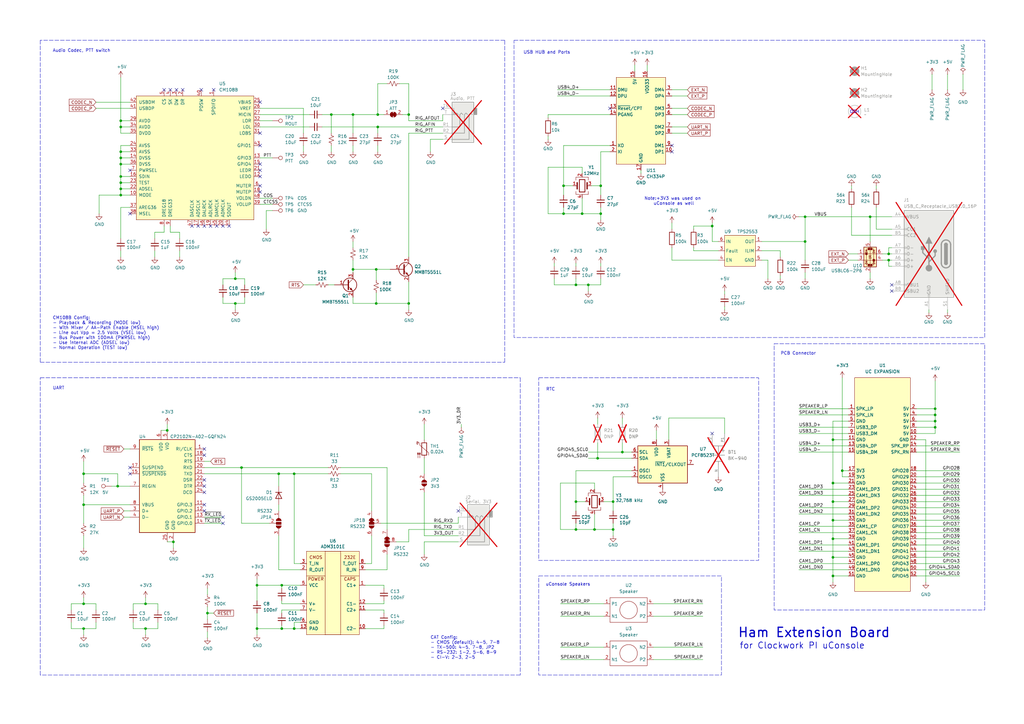
<source format=kicad_sch>
(kicad_sch (version 20231120) (generator "eeschema") (generator_version "8.0")
  (paper "A3")
  (title_block (title "uConsole expansion card template") (date "2024-07-10") (rev "0.1"))
  (junction (at 356.87 88.9))
  (junction (at 364.49 104.14))
  (junction (at 231.14 87.63))
  (junction (at 383.54 167.64))
  (junction (at 383.54 172.72))
  (junction (at 34.29 247.65))
  (junction (at 115.57 240.03))
  (junction (at 49.53 72.39))
  (junction (at 154.305 124.46))
  (junction (at 246.38 76.2))
  (junction (at 120.65 194.31))
  (junction (at 154.94 52.07))
  (junction (at 383.54 170.18))
  (junction (at 120.65 257.81))
  (junction (at 330.2 99.06))
  (junction (at 241.3 116.84))
  (junction (at 292.1 92.71))
  (junction (at 341.63 198.12))
  (junction (at 231.14 76.2))
  (junction (at 96.52 124.46))
  (junction (at 49.53 67.31))
  (junction (at 341.63 180.34))
  (junction (at 105.41 240.03))
  (junction (at 251.46 217.17))
  (junction (at 105.41 257.81))
  (junction (at 167.64 124.46))
  (junction (at 330.2 88.9))
  (junction (at 345.44 193.04))
  (junction (at 236.22 217.17))
  (junction (at 236.22 205.74))
  (junction (at 59.69 247.65))
  (junction (at 341.63 236.22))
  (junction (at 238.76 87.63))
  (junction (at 68.58 176.53))
  (junction (at 364.49 106.68))
  (junction (at 135.89 46.99))
  (junction (at 341.63 205.74))
  (junction (at 49.53 77.47))
  (junction (at 114.3 194.31))
  (junction (at 246.38 87.63))
  (junction (at 34.29 194.31))
  (junction (at 71.12 222.25))
  (junction (at 245.11 187.96))
  (junction (at 341.63 213.36))
  (junction (at 383.54 175.26))
  (junction (at 99.06 191.77))
  (junction (at 154.94 46.99))
  (junction (at 59.69 257.81))
  (junction (at 341.63 220.98))
  (junction (at 49.53 80.01))
  (junction (at 144.78 46.99))
  (junction (at 96.52 114.3))
  (junction (at 85.09 251.46))
  (junction (at 154.305 110.49))
  (junction (at 144.78 110.49))
  (junction (at 34.29 257.81))
  (junction (at 49.53 74.93))
  (junction (at 236.22 116.84))
  (junction (at 167.64 46.99))
  (junction (at 251.46 205.74))
  (junction (at 48.26 199.39))
  (junction (at 341.63 228.6))
  (junction (at 115.57 257.81))
  (junction (at 49.53 49.53))
  (junction (at 49.53 62.23))
  (junction (at 49.53 52.07))
  (junction (at 34.29 207.01))
  (junction (at 255.27 185.42))
  (junction (at 49.53 64.77))
  (junction (at 243.84 217.17))
  (no_connect (at 91.44 212.09))
  (no_connect (at 83.82 196.85))
  (no_connect (at 106.68 72.39))
  (no_connect (at 106.68 54.61))
  (no_connect (at 93.98 92.71))
  (no_connect (at 53.34 69.85))
  (no_connect (at 86.36 92.71))
  (no_connect (at 78.74 92.71))
  (no_connect (at 67.31 36.83))
  (no_connect (at 83.82 207.01))
  (no_connect (at 83.82 92.71))
  (no_connect (at 106.68 67.31))
  (no_connect (at 87.63 36.83))
  (no_connect (at 83.82 199.39))
  (no_connect (at 106.68 76.2))
  (no_connect (at 83.82 209.55))
  (no_connect (at 53.34 194.31))
  (no_connect (at 187.96 209.55))
  (no_connect (at 292.1 177.8))
  (no_connect (at 83.82 184.15))
  (no_connect (at 69.85 36.83))
  (no_connect (at 106.68 78.74))
  (no_connect (at 275.59 59.69))
  (no_connect (at 91.44 92.71))
  (no_connect (at 106.68 69.85))
  (no_connect (at 81.28 92.71))
  (no_connect (at 250.19 44.45))
  (no_connect (at 83.82 201.93))
  (no_connect (at 106.68 41.91))
  (no_connect (at 275.59 62.23))
  (no_connect (at 82.55 36.83))
  (no_connect (at 91.44 214.63))
  (no_connect (at 53.34 191.77))
  (no_connect (at 181.61 44.45))
  (no_connect (at 106.68 59.69))
  (no_connect (at 74.93 36.83))
  (no_connect (at 83.82 186.69))
  (no_connect (at 53.34 87.63))
  (no_connect (at 365.76 116.84))
  (no_connect (at 365.76 119.38))
  (no_connect (at 88.9 92.71))
  (no_connect (at 72.39 36.83))
  (wire (pts (xy 327.66 233.68) (xy 347.98 233.68)))
  (wire (pts (xy 53.34 52.07) (xy 49.53 52.07)))
  (wire (pts (xy 341.63 220.98) (xy 341.63 228.6)))
  (wire (pts (xy 83.82 194.31) (xy 114.3 194.31)))
  (wire (pts (xy 345.44 154.94) (xy 345.44 193.04)))
  (wire (pts (xy 243.84 217.17) (xy 251.46 217.17)))
  (wire (pts (xy 53.34 67.31) (xy 49.53 67.31)))
  (wire (pts (xy 364.49 101.6) (xy 365.76 101.6)))
  (wire (pts (xy 229.87 198.12) (xy 229.87 217.17)))
  (polyline (pts (xy 16.51 16.51) (xy 16.51 148.59)) (stroke (width 0) (type dash)))
  (wire (pts (xy 224.79 55.88) (xy 224.79 57.15)))
  (wire (pts (xy 59.69 257.81) (xy 64.77 257.81)))
  (wire (pts (xy 149.86 257.81) (xy 157.48 257.81)))
  (wire (pts (xy 361.95 106.68) (xy 364.49 106.68)))
  (wire (pts (xy 120.65 231.14) (xy 123.19 231.14)))
  (wire (pts (xy 375.92 208.28) (xy 393.7 208.28)))
  (wire (pts (xy 364.49 106.68) (xy 365.76 106.68)))
  (wire (pts (xy 238.76 87.63) (xy 246.38 87.63)))
  (wire (pts (xy 231.14 76.2) (xy 234.95 76.2)))
  (wire (pts (xy 375.92 220.98) (xy 393.7 220.98)))
  (wire (pts (xy 158.75 217.17) (xy 158.75 191.77)))
  (wire (pts (xy 115.57 240.03) (xy 115.57 241.3)))
  (wire (pts (xy 149.86 247.65) (xy 157.48 247.65)))
  (wire (pts (xy 69.85 92.71) (xy 69.85 95.25)))
  (wire (pts (xy 149.86 233.68) (xy 158.75 233.68)))
  (wire (pts (xy 85.09 259.08) (xy 85.09 261.62)))
  (wire (pts (xy 54.61 247.65) (xy 59.69 247.65)))
  (wire (pts (xy 68.58 173.99) (xy 68.58 176.53)))
  (wire (pts (xy 167.64 124.46) (xy 167.64 127)))
  (wire (pts (xy 364.49 104.14) (xy 365.76 104.14)))
  (wire (pts (xy 224.79 68.58) (xy 224.79 87.63)))
  (wire (pts (xy 39.37 41.91) (xy 53.34 41.91)))
  (wire (pts (xy 327.66 200.66) (xy 347.98 200.66)))
  (wire (pts (xy 327.66 170.18) (xy 347.98 170.18)))
  (wire (pts (xy 167.64 105.41) (xy 167.64 54.61)))
  (wire (pts (xy 49.53 54.61) (xy 49.53 52.07)))
  (wire (pts (xy 236.22 107.95) (xy 236.22 109.22)))
  (wire (pts (xy 154.94 52.07) (xy 154.94 54.61)))
  (wire (pts (xy 375.92 180.34) (xy 379.73 180.34)))
  (wire (pts (xy 341.63 205.74) (xy 347.98 205.74)))
  (wire (pts (xy 106.68 49.53) (xy 111.76 49.53)))
  (wire (pts (xy 110.49 214.63) (xy 99.06 214.63)))
  (wire (pts (xy 231.14 87.63) (xy 238.76 87.63)))
  (wire (pts (xy 181.61 46.99) (xy 181.61 49.53)))
  (wire (pts (xy 269.24 176.53) (xy 269.24 180.34)))
  (wire (pts (xy 152.4 194.31) (xy 152.4 209.55)))
  (wire (pts (xy 154.94 62.23) (xy 154.94 59.69)))
  (wire (pts (xy 327.66 208.28) (xy 347.98 208.28)))
  (wire (pts (xy 34.29 219.71) (xy 34.29 224.79)))
  (wire (pts (xy 229.87 265.43) (xy 247.65 265.43)))
  (wire (pts (xy 54.61 250.19) (xy 54.61 247.65)))
  (wire (pts (xy 120.65 257.81) (xy 115.57 257.81)))
  (wire (pts (xy 124.46 116.84) (xy 129.54 116.84)))
  (wire (pts (xy 134.62 116.84) (xy 137.16 116.84)))
  (wire (pts (xy 275.59 106.68) (xy 294.64 106.68)))
  (wire (pts (xy 49.53 31.75) (xy 49.53 49.53)))
  (wire (pts (xy 105.41 240.03) (xy 105.41 246.38)))
  (wire (pts (xy 91.44 121.92) (xy 91.44 124.46)))
  (wire (pts (xy 29.21 250.19) (xy 29.21 247.65)))
  (wire (pts (xy 106.68 81.28) (xy 111.76 81.28)))
  (wire (pts (xy 375.92 177.8) (xy 383.54 177.8)))
  (wire (pts (xy 347.98 104.14) (xy 351.79 104.14)))
  (wire (pts (xy 173.99 219.71) (xy 173.99 201.93)))
  (polyline (pts (xy 213.36 276.86) (xy 16.51 276.86)) (stroke (width 0) (type dash)))
  (wire (pts (xy 67.31 95.25) (xy 63.5 95.25)))
  (wire (pts (xy 327.66 203.2) (xy 347.98 203.2)))
  (wire (pts (xy 34.29 247.65) (xy 39.37 247.65)))
  (wire (pts (xy 139.7 191.77) (xy 158.75 191.77)))
  (wire (pts (xy 364.49 106.68) (xy 364.49 109.22)))
  (wire (pts (xy 312.42 99.06) (xy 330.2 99.06)))
  (wire (pts (xy 361.95 104.14) (xy 364.49 104.14)))
  (wire (pts (xy 99.06 191.77) (xy 99.06 214.63)))
  (wire (pts (xy 275.59 44.45) (xy 281.94 44.45)))
  (wire (pts (xy 73.66 95.25) (xy 73.66 97.79)))
  (wire (pts (xy 375.92 228.6) (xy 393.7 228.6)))
  (wire (pts (xy 375.92 213.36) (xy 393.7 213.36)))
  (wire (pts (xy 39.37 44.45) (xy 53.34 44.45)))
  (wire (pts (xy 383.54 156.21) (xy 383.54 167.64)))
  (wire (pts (xy 124.46 54.61) (xy 124.46 44.45)))
  (wire (pts (xy 243.84 198.12) (xy 229.87 198.12)))
  (wire (pts (xy 109.22 86.36) (xy 111.76 86.36)))
  (wire (pts (xy 152.4 219.71) (xy 152.4 231.14)))
  (wire (pts (xy 34.29 194.31) (xy 34.29 189.23)))
  (wire (pts (xy 29.21 257.81) (xy 34.29 257.81)))
  (wire (pts (xy 341.63 220.98) (xy 347.98 220.98)))
  (wire (pts (xy 241.3 185.42) (xy 255.27 185.42)))
  (wire (pts (xy 83.82 189.23) (xy 86.36 189.23)))
  (wire (pts (xy 144.78 111.76) (xy 144.78 110.49)))
  (wire (pts (xy 356.87 111.76) (xy 356.87 114.3)))
  (wire (pts (xy 284.48 93.98) (xy 284.48 92.71)))
  (wire (pts (xy 96.52 124.46) (xy 96.52 127)))
  (wire (pts (xy 359.41 77.47) (xy 359.41 76.2)))
  (wire (pts (xy 49.53 49.53) (xy 53.34 49.53)))
  (wire (pts (xy 356.87 88.9) (xy 330.2 88.9)))
  (polyline (pts (xy 213.36 154.94) (xy 213.36 276.86)) (stroke (width 0) (type dash)))
  (wire (pts (xy 154.305 120.015) (xy 154.305 124.46)))
  (wire (pts (xy 341.63 172.72) (xy 341.63 180.34)))
  (wire (pts (xy 48.26 194.31) (xy 34.29 194.31)))
  (wire (pts (xy 114.3 194.31) (xy 120.65 194.31)))
  (wire (pts (xy 341.63 180.34) (xy 347.98 180.34)))
  (wire (pts (xy 251.46 205.74) (xy 251.46 195.58)))
  (wire (pts (xy 246.38 62.23) (xy 246.38 76.2)))
  (wire (pts (xy 327.66 167.64) (xy 347.98 167.64)))
  (wire (pts (xy 347.98 106.68) (xy 351.79 106.68)))
  (wire (pts (xy 375.92 215.9) (xy 393.7 215.9)))
  (polyline (pts (xy 16.51 154.94) (xy 213.36 154.94)) (stroke (width 0) (type dash)))
  (wire (pts (xy 251.46 214.63) (xy 251.46 217.17)))
  (wire (pts (xy 375.92 226.06) (xy 393.7 226.06)))
  (wire (pts (xy 375.92 170.18) (xy 383.54 170.18)))
  (wire (pts (xy 105.41 257.81) (xy 105.41 260.35)))
  (wire (pts (xy 91.44 116.84) (xy 91.44 114.3)))
  (wire (pts (xy 229.87 217.17) (xy 236.22 217.17)))
  (wire (pts (xy 375.92 233.68) (xy 393.7 233.68)))
  (wire (pts (xy 236.22 193.04) (xy 259.08 193.04)))
  (polyline (pts (xy 207.01 16.51) (xy 16.51 16.51)) (stroke (width 0) (type dash)))
  (wire (pts (xy 241.3 187.96) (xy 245.11 187.96)))
  (wire (pts (xy 228.6 36.83) (xy 250.19 36.83)))
  (wire (pts (xy 39.37 257.81) (xy 39.37 255.27)))
  (wire (pts (xy 91.44 124.46) (xy 96.52 124.46)))
  (wire (pts (xy 375.92 198.12) (xy 393.7 198.12)))
  (wire (pts (xy 53.34 80.01) (xy 49.53 80.01)))
  (wire (pts (xy 144.78 121.92) (xy 144.78 124.46)))
  (wire (pts (xy 381 127) (xy 381 128.27)))
  (wire (pts (xy 49.53 102.87) (xy 49.53 105.41)))
  (wire (pts (xy 251.46 205.74) (xy 251.46 209.55)))
  (wire (pts (xy 260.35 26.67) (xy 260.35 29.21)))
  (wire (pts (xy 341.63 198.12) (xy 341.63 205.74)))
  (wire (pts (xy 238.76 81.28) (xy 238.76 87.63)))
  (wire (pts (xy 284.48 102.87) (xy 294.64 102.87)))
  (wire (pts (xy 144.78 110.49) (xy 144.78 106.68)))
  (wire (pts (xy 341.63 198.12) (xy 347.98 198.12)))
  (wire (pts (xy 40.64 80.01) (xy 49.53 80.01)))
  (wire (pts (xy 238.76 68.58) (xy 224.79 68.58)))
  (wire (pts (xy 163.83 34.29) (xy 167.64 34.29)))
  (wire (pts (xy 359.41 85.09) (xy 359.41 93.98)))
  (wire (pts (xy 274.32 171.45) (xy 297.18 171.45)))
  (wire (pts (xy 312.42 106.68) (xy 314.96 106.68)))
  (wire (pts (xy 236.22 116.84) (xy 241.3 116.84)))
  (wire (pts (xy 53.34 199.39) (xy 48.26 199.39)))
  (wire (pts (xy 53.34 74.93) (xy 49.53 74.93)))
  (wire (pts (xy 330.2 111.76) (xy 330.2 114.3)))
  (wire (pts (xy 189.23 173.99) (xy 189.23 175.26)))
  (wire (pts (xy 53.34 54.61) (xy 49.53 54.61)))
  (wire (pts (xy 383.54 175.26) (xy 383.54 177.8)))
  (wire (pts (xy 167.64 54.61) (xy 181.61 54.61)))
  (wire (pts (xy 288.29 265.43) (xy 267.97 265.43)))
  (polyline (pts (xy 16.51 148.59) (xy 207.01 148.59)) (stroke (width 0) (type dash)))
  (wire (pts (xy 34.29 203.2) (xy 34.29 207.01)))
  (wire (pts (xy 49.53 52.07) (xy 49.53 49.53)))
  (wire (pts (xy 245.11 171.45) (xy 245.11 173.99)))
  (wire (pts (xy 236.22 205.74) (xy 236.22 209.55)))
  (wire (pts (xy 144.78 110.49) (xy 154.305 110.49)))
  (wire (pts (xy 83.82 191.77) (xy 99.06 191.77)))
  (wire (pts (xy 135.89 59.69) (xy 135.89 62.23)))
  (wire (pts (xy 71.12 222.25) (xy 71.12 224.79)))
  (wire (pts (xy 349.25 96.52) (xy 365.76 96.52)))
  (wire (pts (xy 165.1 46.99) (xy 167.64 46.99)))
  (wire (pts (xy 330.2 99.06) (xy 330.2 106.68)))
  (wire (pts (xy 120.65 231.14) (xy 120.65 194.31)))
  (wire (pts (xy 341.63 180.34) (xy 341.63 198.12)))
  (wire (pts (xy 297.18 177.8) (xy 297.18 171.45)))
  (wire (pts (xy 229.87 270.51) (xy 247.65 270.51)))
  (wire (pts (xy 114.3 194.31) (xy 114.3 199.39)))
  (wire (pts (xy 49.53 59.69) (xy 53.34 59.69)))
  (wire (pts (xy 245.11 187.96) (xy 245.11 181.61)))
  (wire (pts (xy 341.63 172.72) (xy 347.98 172.72)))
  (wire (pts (xy 53.34 62.23) (xy 49.53 62.23)))
  (wire (pts (xy 181.61 57.15) (xy 176.53 57.15)))
  (wire (pts (xy 106.68 64.77) (xy 111.76 64.77)))
  (wire (pts (xy 327.66 88.9) (xy 330.2 88.9)))
  (wire (pts (xy 96.52 124.46) (xy 100.33 124.46)))
  (wire (pts (xy 29.21 255.27) (xy 29.21 257.81)))
  (wire (pts (xy 227.33 116.84) (xy 236.22 116.84)))
  (wire (pts (xy 64.77 257.81) (xy 64.77 255.27)))
  (wire (pts (xy 115.57 240.03) (xy 105.41 240.03)))
  (wire (pts (xy 157.48 257.81) (xy 157.48 256.54)))
  (wire (pts (xy 275.59 91.44) (xy 275.59 93.98)))
  (wire (pts (xy 246.38 87.63) (xy 246.38 90.17)))
  (wire (pts (xy 50.8 209.55) (xy 53.34 209.55)))
  (wire (pts (xy 247.65 247.65) (xy 229.87 247.65)))
  (wire (pts (xy 66.04 176.53) (xy 68.58 176.53)))
  (wire (pts (xy 176.53 57.15) (xy 176.53 62.23)))
  (wire (pts (xy 132.08 46.99) (xy 135.89 46.99)))
  (wire (pts (xy 96.52 114.3) (xy 96.52 111.76)))
  (wire (pts (xy 99.06 191.77) (xy 134.62 191.77)))
  (wire (pts (xy 364.49 104.14) (xy 364.49 101.6)))
  (wire (pts (xy 149.86 250.19) (xy 157.48 250.19)))
  (wire (pts (xy 132.08 52.07) (xy 154.94 52.07)))
  (wire (pts (xy 154.94 34.29) (xy 158.75 34.29)))
  (wire (pts (xy 255.27 185.42) (xy 255.27 181.61)))
  (wire (pts (xy 100.33 124.46) (xy 100.33 121.92)))
  (wire (pts (xy 83.82 214.63) (xy 91.44 214.63)))
  (wire (pts (xy 114.3 219.71) (xy 114.3 233.68)))
  (wire (pts (xy 375.92 185.42) (xy 393.7 185.42)))
  (wire (pts (xy 154.305 110.49) (xy 154.305 114.935)))
  (wire (pts (xy 345.44 193.04) (xy 347.98 193.04)))
  (wire (pts (xy 106.68 46.99) (xy 127 46.99)))
  (wire (pts (xy 123.19 247.65) (xy 115.57 247.65)))
  (wire (pts (xy 297.18 119.38) (xy 297.18 120.65)))
  (wire (pts (xy 144.78 99.06) (xy 144.78 101.6)))
  (wire (pts (xy 292.1 91.44) (xy 292.1 92.71)))
  (wire (pts (xy 327.66 210.82) (xy 347.98 210.82)))
  (wire (pts (xy 39.37 247.65) (xy 39.37 250.19)))
  (wire (pts (xy 345.44 195.58) (xy 347.98 195.58)))
  (wire (pts (xy 162.56 222.25) (xy 167.64 222.25)))
  (wire (pts (xy 167.64 217.17) (xy 167.64 222.25)))
  (wire (pts (xy 375.92 231.14) (xy 393.7 231.14)))
  (wire (pts (xy 375.92 195.58) (xy 393.7 195.58)))
  (wire (pts (xy 154.94 46.99) (xy 157.48 46.99)))
  (wire (pts (xy 53.34 85.09) (xy 49.53 85.09)))
  (wire (pts (xy 251.46 195.58) (xy 259.08 195.58)))
  (wire (pts (xy 297.18 125.73) (xy 297.18 127)))
  (wire (pts (xy 375.92 172.72) (xy 383.54 172.72)))
  (wire (pts (xy 167.64 217.17) (xy 187.96 217.17)))
  (wire (pts (xy 106.68 83.82) (xy 111.76 83.82)))
  (wire (pts (xy 49.53 85.09) (xy 49.53 97.79)))
  (wire (pts (xy 227.33 114.3) (xy 227.33 116.84)))
  (wire (pts (xy 167.64 46.99) (xy 167.64 34.29)))
  (wire (pts (xy 53.34 72.39) (xy 49.53 72.39)))
  (wire (pts (xy 123.19 255.27) (xy 120.65 255.27)))
  (wire (pts (xy 320.04 102.87) (xy 320.04 105.41)))
  (wire (pts (xy 114.3 207.01) (xy 114.3 209.55)))
  (wire (pts (xy 275.59 54.61) (xy 281.94 54.61)))
  (wire (pts (xy 181.61 49.53) (xy 167.64 49.53)))
  (wire (pts (xy 120.65 255.27) (xy 120.65 257.81)))
  (wire (pts (xy 243.84 210.82) (xy 243.84 217.17)))
  (wire (pts (xy 167.64 49.53) (xy 167.64 46.99)))
  (wire (pts (xy 115.57 247.65) (xy 115.57 246.38)))
  (wire (pts (xy 356.87 88.9) (xy 356.87 99.06)))
  (wire (pts (xy 327.66 177.8) (xy 347.98 177.8)))
  (wire (pts (xy 227.33 107.95) (xy 227.33 109.22)))
  (wire (pts (xy 241.3 116.84) (xy 246.38 116.84)))
  (wire (pts (xy 115.57 257.81) (xy 115.57 256.54)))
  (wire (pts (xy 356.87 88.9) (xy 365.76 88.9)))
  (wire (pts (xy 231.14 59.69) (xy 231.14 76.2)))
  (wire (pts (xy 49.53 77.47) (xy 49.53 80.01)))
  (wire (pts (xy 246.38 76.2) (xy 246.38 80.01)))
  (wire (pts (xy 96.52 114.3) (xy 100.33 114.3)))
  (wire (pts (xy 375.92 167.64) (xy 383.54 167.64)))
  (wire (pts (xy 375.92 210.82) (xy 393.7 210.82)))
  (wire (pts (xy 224.79 87.63) (xy 231.14 87.63)))
  (wire (pts (xy 144.78 62.23) (xy 144.78 59.69)))
  (wire (pts (xy 34.29 245.11) (xy 34.29 247.65)))
  (wire (pts (xy 83.82 212.09) (xy 91.44 212.09)))
  (wire (pts (xy 29.21 247.65) (xy 34.29 247.65)))
  (wire (pts (xy 265.43 26.67) (xy 265.43 29.21)))
  (wire (pts (xy 246.38 107.95) (xy 246.38 109.22)))
  (wire (pts (xy 341.63 228.6) (xy 341.63 236.22)))
  (wire (pts (xy 341.63 236.22) (xy 341.63 238.76)))
  (wire (pts (xy 63.5 105.41) (xy 63.5 102.87)))
  (wire (pts (xy 54.61 255.27) (xy 54.61 257.81)))
  (wire (pts (xy 330.2 88.9) (xy 330.2 99.06)))
  (wire (pts (xy 144.78 124.46) (xy 154.305 124.46)))
  (wire (pts (xy 284.48 92.71) (xy 292.1 92.71)))
  (wire (pts (xy 154.305 124.46) (xy 167.64 124.46)))
  (wire (pts (xy 144.78 46.99) (xy 154.94 46.99)))
  (wire (pts (xy 123.19 240.03) (xy 115.57 240.03)))
  (wire (pts (xy 115.57 250.19) (xy 115.57 251.46)))
  (wire (pts (xy 327.66 223.52) (xy 347.98 223.52)))
  (wire (pts (xy 236.22 114.3) (xy 236.22 116.84)))
  (wire (pts (xy 231.14 59.69) (xy 250.19 59.69)))
  (wire (pts (xy 383.54 172.72) (xy 383.54 175.26)))
  (wire (pts (xy 154.94 52.07) (xy 181.61 52.07)))
  (wire (pts (xy 284.48 101.6) (xy 284.48 102.87)))
  (wire (pts (xy 49.53 74.93) (xy 49.53 77.47)))
  (wire (pts (xy 68.58 222.25) (xy 71.12 222.25)))
  (wire (pts (xy 154.305 110.49) (xy 160.02 110.49)))
  (wire (pts (xy 250.19 46.99) (xy 224.79 46.99)))
  (wire (pts (xy 327.66 215.9) (xy 347.98 215.9)))
  (wire (pts (xy 59.69 257.81) (xy 59.69 260.35)))
  (wire (pts (xy 375.92 203.2) (xy 393.7 203.2)))
  (wire (pts (xy 63.5 95.25) (xy 63.5 97.79)))
  (wire (pts (xy 292.1 99.06) (xy 294.64 99.06)))
  (wire (pts (xy 236.22 205.74) (xy 240.03 205.74)))
  (wire (pts (xy 34.29 257.81) (xy 39.37 257.81)))
  (wire (pts (xy 187.96 219.71) (xy 173.99 219.71)))
  (wire (pts (xy 383.54 167.64) (xy 383.54 170.18)))
  (wire (pts (xy 359.41 93.98) (xy 365.76 93.98)))
  (wire (pts (xy 275.59 52.07) (xy 281.94 52.07)))
  (wire (pts (xy 375.92 236.22) (xy 393.7 236.22)))
  (wire (pts (xy 173.99 222.25) (xy 173.99 227.33)))
  (wire (pts (xy 375.92 218.44) (xy 393.7 218.44)))
  (wire (pts (xy 53.34 77.47) (xy 49.53 77.47)))
  (wire (pts (xy 341.63 205.74) (xy 341.63 213.36)))
  (wire (pts (xy 64.77 247.65) (xy 64.77 250.19)))
  (wire (pts (xy 292.1 92.71) (xy 292.1 99.06)))
  (wire (pts (xy 85.09 248.92) (xy 85.09 251.46)))
  (wire (pts (xy 246.38 62.23) (xy 250.19 62.23)))
  (wire (pts (xy 139.7 194.31) (xy 152.4 194.31)))
  (wire (pts (xy 156.21 214.63) (xy 187.96 214.63)))
  (wire (pts (xy 105.41 240.03) (xy 105.41 237.49)))
  (wire (pts (xy 375.92 182.88) (xy 393.7 182.88)))
  (wire (pts (xy 314.96 106.68) (xy 314.96 114.3)))
  (wire (pts (xy 327.66 175.26) (xy 347.98 175.26)))
  (wire (pts (xy 106.68 52.07) (xy 127 52.07)))
  (wire (pts (xy 40.64 80.01) (xy 40.64 87.63)))
  (wire (pts (xy 383.54 170.18) (xy 383.54 172.72)))
  (wire (pts (xy 158.75 233.68) (xy 158.75 227.33)))
  (wire (pts (xy 167.64 115.57) (xy 167.64 124.46)))
  (wire (pts (xy 34.29 207.01) (xy 53.34 207.01)))
  (wire (pts (xy 50.8 212.09) (xy 53.34 212.09)))
  (wire (pts (xy 275.59 36.83) (xy 281.94 36.83)))
  (wire (pts (xy 157.48 250.19) (xy 157.48 251.46)))
  (wire (pts (xy 34.29 207.01) (xy 34.29 214.63)))
  (wire (pts (xy 375.92 193.04) (xy 393.7 193.04)))
  (wire (pts (xy 231.14 76.2) (xy 231.14 80.01)))
  (wire (pts (xy 275.59 46.99) (xy 281.94 46.99)))
  (wire (pts (xy 320.04 113.03) (xy 320.04 114.3)))
  (wire (pts (xy 341.63 228.6) (xy 347.98 228.6)))
  (wire (pts (xy 375.92 223.52) (xy 393.7 223.52)))
  (wire (pts (xy 135.89 46.99) (xy 135.89 54.61)))
  (wire (pts (xy 243.84 198.12) (xy 243.84 200.66)))
  (wire (pts (xy 231.14 85.09) (xy 231.14 87.63)))
  (wire (pts (xy 375.92 205.74) (xy 393.7 205.74)))
  (wire (pts (xy 120.65 194.31) (xy 134.62 194.31)))
  (wire (pts (xy 49.53 62.23) (xy 49.53 59.69)))
  (wire (pts (xy 173.99 194.31) (xy 173.99 187.96)))
  (wire (pts (xy 247.65 205.74) (xy 251.46 205.74)))
  (wire (pts (xy 364.49 109.22) (xy 365.76 109.22)))
  (wire (pts (xy 34.29 198.12) (xy 34.29 194.31)))
  (wire (pts (xy 59.69 245.11) (xy 59.69 247.65)))
  (wire (pts (xy 274.32 180.34) (xy 274.32 171.45)))
  (wire (pts (xy 135.89 46.99) (xy 144.78 46.99)))
  (wire (pts (xy 262.89 69.85) (xy 262.89 71.12)))
  (wire (pts (xy 48.26 199.39) (xy 48.26 194.31)))
  (wire (pts (xy 247.65 252.73) (xy 229.87 252.73)))
  (wire (pts (xy 345.44 193.04) (xy 345.44 195.58)))
  (wire (pts (xy 69.85 95.25) (xy 73.66 95.25)))
  (wire (pts (xy 259.08 185.42) (xy 255.27 185.42)))
  (wire (pts (xy 91.44 114.3) (xy 96.52 114.3)))
  (wire (pts (xy 106.68 44.45) (xy 124.46 44.45)))
  (wire (pts (xy 312.42 102.87) (xy 320.04 102.87)))
  (wire (pts (xy 388.62 127) (xy 388.62 128.27)))
  (wire (pts (xy 124.46 62.23) (xy 124.46 59.69)))
  (wire (pts (xy 341.63 213.36) (xy 347.98 213.36)))
  (wire (pts (xy 288.29 247.65) (xy 267.97 247.65)))
  (wire (pts (xy 349.25 77.47) (xy 349.25 76.2)))
  (wire (pts (xy 275.59 39.37) (xy 281.94 39.37)))
  (wire (pts (xy 255.27 171.45) (xy 255.27 173.99)))
  (wire (pts (xy 109.22 93.98) (xy 109.22 86.36)))
  (wire (pts (xy 49.53 64.77) (xy 49.53 67.31)))
  (wire (pts (xy 375.92 200.66) (xy 393.7 200.66)))
  (wire (pts (xy 349.25 96.52) (xy 349.25 85.09)))
  (wire (pts (xy 236.22 214.63) (xy 236.22 217.17)))
  (wire (pts (xy 382.27 30.48) (xy 382.27 36.83)))
  (wire (pts (xy 157.48 247.65) (xy 157.48 246.38)))
  (wire (pts (xy 50.8 184.15) (xy 53.34 184.15)))
  (wire (pts (xy 123.19 257.81) (xy 120.65 257.81)))
  (wire (pts (xy 67.31 92.71) (xy 67.31 95.25)))
  (wire (pts (xy 173.99 180.34) (xy 173.99 173.99)))
  (wire (pts (xy 49.53 67.31) (xy 49.53 72.39)))
  (wire (pts (xy 157.48 240.03) (xy 157.48 241.3)))
  (wire (pts (xy 49.53 72.39) (xy 49.53 74.93)))
  (wire (pts (xy 224.79 46.99) (xy 224.79 48.26)))
  (wire (pts (xy 388.62 30.48) (xy 388.62 36.83)))
  (polyline (pts (xy 16.51 276.86) (xy 16.51 154.94)) (stroke (width 0) (type dash)))
  (wire (pts (xy 73.66 105.41) (xy 73.66 102.87)))
  (wire (pts (xy 123.19 233.68) (xy 114.3 233.68)))
  (wire (pts (xy 105.41 251.46) (xy 105.41 257.81)))
  (wire (pts (xy 187.96 212.09) (xy 187.96 214.63)))
  (wire (pts (xy 54.61 257.81) (xy 59.69 257.81)))
  (wire (pts (xy 375.92 175.26) (xy 383.54 175.26)))
  (wire (pts (xy 85.09 251.46) (xy 87.63 251.46)))
  (wire (pts (xy 49.53 62.23) (xy 49.53 64.77)))
  (wire (pts (xy 242.57 76.2) (xy 246.38 76.2)))
  (wire (pts (xy 123.19 250.19) (xy 115.57 250.19)))
  (wire (pts (xy 246.38 85.09) (xy 246.38 87.63)))
  (wire (pts (xy 259.08 187.96) (xy 245.11 187.96)))
  (wire (pts (xy 236.22 217.17) (xy 243.84 217.17)))
  (polyline (pts (xy 207.01 148.59) (xy 207.01 16.51)) (stroke (width 0) (type dash)))
  (wire (pts (xy 241.3 119.38) (xy 241.3 116.84)))
  (wire (pts (xy 288.29 252.73) (xy 267.97 252.73)))
  (wire (pts (xy 275.59 101.6) (xy 275.59 106.68)))
  (wire (pts (xy 34.29 257.81) (xy 34.29 260.35)))
  (wire (pts (xy 327.66 231.14) (xy 347.98 231.14)))
  (wire (pts (xy 341.63 213.36) (xy 341.63 220.98)))
  (wire (pts (xy 251.46 217.17) (xy 251.46 219.71)))
  (wire (pts (xy 379.73 180.34) (xy 379.73 238.76)))
  (wire (pts (xy 238.76 68.58) (xy 238.76 71.12)))
  (wire (pts (xy 341.63 236.22) (xy 347.98 236.22)))
  (wire (pts (xy 187.96 222.25) (xy 173.99 222.25)))
  (wire (pts (xy 394.97 30.48) (xy 394.97 36.83)))
  (wire (pts (xy 288.29 270.51) (xy 267.97 270.51)))
  (wire (pts (xy 246.38 116.84) (xy 246.38 114.3)))
  (wire (pts (xy 100.33 114.3) (xy 100.33 116.84)))
  (wire (pts (xy 85.09 251.46) (xy 85.09 254)))
  (wire (pts (xy 228.6 39.37) (xy 250.19 39.37)))
  (wire (pts (xy 236.22 205.74) (xy 236.22 193.04)))
  (wire (pts (xy 327.66 182.88) (xy 347.98 182.88)))
  (wire (pts (xy 154.94 46.99) (xy 154.94 34.29)))
  (wire (pts (xy 59.69 247.65) (xy 64.77 247.65)))
  (wire (pts (xy 144.78 54.61) (xy 144.78 46.99)))
  (wire (pts (xy 327.66 218.44) (xy 347.98 218.44)))
  (wire (pts (xy 149.86 240.03) (xy 157.48 240.03)))
  (wire (pts (xy 53.34 64.77) (xy 49.53 64.77)))
  (wire (pts (xy 149.86 231.14) (xy 152.4 231.14)))
  (wire (pts (xy 105.41 257.81) (xy 115.57 257.81)))
  (wire (pts (xy 327.66 185.42) (xy 347.98 185.42)))
  (wire (pts (xy 327.66 226.06) (xy 347.98 226.06)))
  (wire (pts (xy 45.72 199.39) (xy 48.26 199.39)))
  (wire (pts (xy 85.09 241.3) (xy 85.09 243.84)))
  (rectangle (start 317.5 140.97) (end 403.86 250.19) (stroke (width 0) (type dash)))
  (rectangle (start 210.82 16.51) (end 403.86 138.43) (stroke (width 0) (type dash)))
  (rectangle (start 220.98 154.94) (end 311.15 229.87) (stroke (width 0) (type dash)))
  (rectangle (start 220.98 236.22) (end 295.91 276.86) (stroke (width 0) (type dash)))
  (text "PCB Connector" (at 327.406 145.034 0) (effects (font (size 1.27 1.27))))
  (text "UART" (at 21.59 160.02 0) (effects (font (size 1.27 1.27)) (justify left bottom)))
  (text "Audio Codec, PTT switch" (at 21.59 21.59 0) (effects (font (size 1.27 1.27)) (justify left bottom)))
  (text "CAT Config:\n- CMOS (default): 4-5, 7-8\n- TX-500: 4-5, 7-8, JP2\n- RS-232: 1-2, 5-6, 8-9\n- CI-V: 2-3, 2-5" (at 176.53 270.51 0) (effects (font (size 1.27 1.27)) (justify left bottom)))
  (text "for Clockwork PI uConsole" (at 303.276 264.922 0) (effects (font (size 2.54 2.54) (thickness 0.254) (bold yes)) (justify left)))
  (text "uConsole Speakers" (at 223.774 239.776 0) (effects (font (size 1.27 1.27) (thickness 0.1588)) (justify left)))
  (text "OSH" (at 350.52 45.974 0) (effects (font (size 1.27 1.27))))
  (text "Note:+3V3 was used on \nuConsole as well" (at 276.352 82.55 0) (effects (font (size 1.27 1.27))))
  (text "Ham Extension Board" (at 302.514 259.588 0) (effects (font (size 3.81 3.81) (thickness 0.508) (bold yes)) (justify left)))
  (text "USB HUB and Ports" (at 224.282 21.59 0) (effects (font (size 1.27 1.27))))
  (text "CM108B Config:\n- Playback & Recording (MODE low)\n- With Mixer / AA-Path Enable (MSEL high)\n- Line out Vpp = 2.5 Volts (VSEL low)\n- Bus Power with 100mA (PWRSEL high)\n- Use internal ADC (ADSEL low)\n- Normal Operation (TEST low)" (at 21.59 143.51 0) (effects (font (size 1.27 1.27)) (justify left bottom)))
  (text "RTC" (at 225.806 159.766 0) (effects (font (size 1.27 1.27))))
  (label "GPIO34" (at 393.7 208.28 180))
  (label "RIG_TXD" (at 177.8 217.17 0))
  (label "~{TX_LED}" (at 83.82 214.63 0))
  (label "SPEAKER_LP" (at 327.66 167.64 0))
  (label "3V3_DR" (at 189.23 173.99 90))
  (label "GPIO31" (at 393.7 200.66 180))
  (label "RIG_AFOUT" (at 170.18 49.53 0))
  (label "SPEAKER_LN" (at 327.66 170.18 0))
  (label "SPEAKER_LP" (at 229.87 265.43 0))
  (label "GPIO41" (at 393.7 226.06 180))
  (label "PTT" (at 107.95 64.77 0))
  (label "CAM1_DP3" (at 327.66 200.66 0))
  (label "VBUS" (at 334.01 88.9 0))
  (label "GPIO36" (at 393.7 213.36 180))
  (label "CAM1_CN" (at 327.66 218.44 0))
  (label "USB4_D+" (at 327.66 182.88 0))
  (label "RIG_RXD" (at 177.8 214.63 0))
  (label "CAM1_DP0" (at 327.66 231.14 0))
  (label "USB3_D-" (at 327.66 177.8 0))
  (label "GPIO39" (at 393.7 220.98 180))
  (label "RIG_PTT" (at 170.18 54.61 0))
  (label "GPIO38" (at 393.7 218.44 180))
  (label "3V3_OUT" (at 177.8 219.71 0))
  (label "GPIO35" (at 393.7 210.82 180))
  (label "CAM1_DN0" (at 327.66 233.68 0))
  (label "CAM1_DP1" (at 327.66 223.52 0))
  (label "SPEAKER_RN" (at 229.87 252.73 0))
  (label "CAM1_DN2" (at 327.66 210.82 0))
  (label "GPIO33" (at 393.7 205.74 180))
  (label "USB4_D-" (at 228.6 39.37 0))
  (label "CAM1_DP2" (at 327.66 208.28 0))
  (label "GPIO30" (at 393.7 198.12 180))
  (label "USB4_D-" (at 327.66 185.42 0))
  (label "GPIO29" (at 393.7 195.58 180))
  (label "SPEAKER_LN" (at 229.87 270.51 0))
  (label "CAM1_CP" (at 327.66 215.9 0))
  (label "GPIO40" (at 393.7 223.52 180))
  (label "GPIO28" (at 393.7 193.04 180))
  (label "GPIO45_SCL0" (at 241.3 185.42 180))
  (label "SPEAKER_RP" (at 393.7 182.88 180))
  (label "GPIO43" (at 393.7 231.14 180))
  (label "~{RX_LED}" (at 83.82 212.09 0))
  (label "USB3_D+" (at 327.66 175.26 0))
  (label "SPEAKER_RP" (at 229.87 247.65 0))
  (label "GPIO44_SDA0" (at 393.7 233.68 180))
  (label "CTCSS" (at 107.95 83.82 0))
  (label "USB4_D+" (at 228.6 36.83 0))
  (label "COS" (at 107.95 81.28 0))
  (label "RIG_AFIN" (at 170.18 52.07 0))
  (label "SPEAKER_RP" (at 288.29 252.73 180))
  (label "CAM1_DN1" (at 327.66 226.06 0))
  (label "SPEAKER_LN" (at 288.29 265.43 180))
  (label "SPEAKER_LP" (at 288.29 270.51 180))
  (label "GPIO45_SCL0" (at 393.7 236.22 180))
  (label "GPIO44_SDA0" (at 241.3 187.96 180))
  (label "GPIO32" (at 393.7 203.2 180))
  (label "GPIO37" (at 393.7 215.9 180))
  (label "GPIO42" (at 393.7 228.6 180))
  (label "SPEAKER_RN" (at 288.29 247.65 180))
  (label "SPEAKER_RN" (at 393.7 185.42 180))
  (label "CAM1_DN3" (at 327.66 203.2 0))
  (global_label "UART_P" (shape input) (at 50.8 209.55 180) (property "Intersheetrefs" "${INTERSHEET_REFS}" (effects (hide yes))))
  (global_label "UART_P" (shape input) (at 281.94 54.61 0) (property "Intersheetrefs" "${INTERSHEET_REFS}" (effects (hide yes))))
  (global_label "UART_N" (shape input) (at 50.8 212.09 180) (property "Intersheetrefs" "${INTERSHEET_REFS}" (effects (hide yes))))
  (global_label "EXT_N" (shape input) (at 347.98 104.14 180) (property "Intersheetrefs" "${INTERSHEET_REFS}" (effects (hide yes))))
  (global_label "CODEC_N" (shape input) (at 281.94 44.45 0) (property "Intersheetrefs" "${INTERSHEET_REFS}" (effects (hide yes))))
  (global_label "EXT_P" (shape input) (at 347.98 106.68 180) (property "Intersheetrefs" "${INTERSHEET_REFS}" (effects (hide yes))))
  (global_label "CODEC_P" (shape input) (at 39.37 44.45 180) (property "Intersheetrefs" "${INTERSHEET_REFS}" (effects (hide yes))))
  (global_label "CODEC_N" (shape input) (at 39.37 41.91 180) (property "Intersheetrefs" "${INTERSHEET_REFS}" (effects (hide yes))))
  (global_label "CODEC_P" (shape input) (at 281.94 46.99 0) (property "Intersheetrefs" "${INTERSHEET_REFS}" (effects (hide yes))))
  (global_label "RTS" (shape input) (at 124.46 116.84 180) (property "Intersheetrefs" "${INTERSHEET_REFS}" (effects (hide yes))))
  (global_label "~{RESET}" (shape input) (at 50.8 184.15 180) (property "Intersheetrefs" "${INTERSHEET_REFS}" (effects (hide yes))))
  (global_label "EXT_P" (shape input) (at 281.94 39.37 0) (property "Intersheetrefs" "${INTERSHEET_REFS}" (effects (hide yes))))
  (global_label "~{RESET}" (shape input) (at 87.63 251.46 0) (property "Intersheetrefs" "${INTERSHEET_REFS}" (effects (hide yes))))
  (global_label "UART_N" (shape input) (at 281.94 52.07 0) (property "Intersheetrefs" "${INTERSHEET_REFS}" (effects (hide yes))))
  (global_label "EXT_N" (shape input) (at 281.94 36.83 0) (property "Intersheetrefs" "${INTERSHEET_REFS}" (effects (hide yes))))
  (global_label "RTS" (shape input) (at 86.36 189.23 0) (property "Intersheetrefs" "${INTERSHEET_REFS}" (effects (hide yes))))
  (symbol (lib_id "power:+3V3") (at 173.99 173.99 0) (unit 1)
    (property "Reference" "#PWR061" (effects (hide yes)))
    (property "Value" "+3V3" (at 173.99 168.91 0))
  )
  (symbol (lib_id "Device:C_Small") (at 330.2 109.22 0) (unit 1)
    (property "Reference" "C28" (at 332.74 107.95 0) (effects (justify left)))
    (property "Value" "100uF" (at 332.74 110.49 0) (effects (justify left)))
    (property "Footprint" "Capacitor_SMD:C_0402_1005Metric" (effects (hide yes)))
  )
  (symbol (lib_id "power:GND") (at 251.46 219.71 0) (unit 1)
    (property "Reference" "#PWR012" (effects (hide yes)))
    (property "Value" "GND" (at 251.46 223.52 0))
  )
  (symbol (lib_id "Device:C_Small") (at 227.33 111.76 0) (unit 1)
    (property "Reference" "C29" (at 229.6668 110.5916 0) (effects (justify left)))
    (property "Value" "1uF" (at 229.6668 112.903 0) (effects (justify left)))
    (property "Footprint" "Capacitor_SMD:C_0402_1005Metric" (effects (hide yes)))
  )
  (symbol (lib_id "Device:R") (at 284.48 97.79 0) (unit 1)
    (property "Reference" "R3" (at 285.75 96.52 0) (effects (justify left)))
    (property "Value" "100k" (at 285.75 99.06 0) (effects (justify left)))
    (property "Footprint" "Resistor_SMD:R_0402_1005Metric" (effects (hide yes)))
    (property "Description" "Resistor" (effects (hide yes)))
  )
  (symbol (lib_id "Device:R") (at 320.04 109.22 0) (unit 1)
    (property "Reference" "R22" (at 322.58 107.9499 0) (effects (justify left)))
    (property "Value" "100k" (at 322.58 110.4899 0) (effects (justify left)))
    (property "Footprint" "Resistor_SMD:R_0402_1005Metric" (effects (hide yes)))
    (property "Description" "Resistor" (effects (hide yes)))
  )
  (symbol (lib_id "power:GND") (at 85.09 261.62 0) (unit 1)
    (property "Reference" "#PWR014" (effects (hide yes)))
    (property "Value" "GND" (at 85.217 266.0142 0))
  )
  (symbol (lib_id "power:GND") (at 96.52 127 0) (unit 1)
    (property "Reference" "#PWR038" (effects (hide yes)))
    (property "Value" "GND" (at 96.647 131.3942 0))
  )
  (symbol (lib_id "Connector_Audio:AudioJack4_SwitchT1") (at 193.04 217.17 180) (unit 1) (dnp yes)
    (property "Reference" "J2" (at 190.754 203.962 0) (effects (justify right)))
    (property "Value" "PJ-320A" (effects (hide yes)))
    (property "Footprint" "uconsole:SJ2-25774x-SMT" (effects (hide yes)))
    (property "Description" "Audio Jack, 4 Poles (Stereo / TRRS), Switched T1 Pole (Normalling)" (effects (hide yes)))
    (property "Label" "Serial, 3V3" (at 201.676 205.74 0) (effects (justify left)))
  )
  (symbol (lib_id "power:GND") (at 176.53 62.23 0) (unit 1)
    (property "Reference" "#PWR046" (effects (hide yes)))
    (property "Value" "GND" (at 176.657 66.6242 0))
  )
  (symbol (lib_id "uconsole:uc_speaker") (at 257.81 250.19 0) (unit 1)
    (property "Reference" "U2" (at 257.81 240.03 0))
    (property "Value" "Speaker" (at 257.81 242.57 0))
    (property "Footprint" "uconsole:speaker pads" (effects (hide yes)))
  )
  (symbol (lib_id "power:+5V") (at 96.52 111.76 0) (unit 1)
    (property "Reference" "#PWR037" (effects (hide yes)))
    (property "Value" "+5V" (at 96.901 107.3658 0))
  )
  (symbol (lib_id "Device:C_Small") (at 251.46 212.09 0) (unit 1)
    (property "Reference" "C26" (at 254 212.09 0) (effects (justify left)))
    (property "Value" "10pF" (at 254 214.376 0) (effects (justify left)))
    (property "Footprint" "Capacitor_SMD:C_0402_1005Metric" (effects (hide yes)))
  )
  (symbol (lib_id "power:+5V") (at 292.1 91.44 0) (unit 1)
    (property "Reference" "#PWR015" (effects (hide yes)))
    (property "Value" "+5V" (at 292.1 86.36 0))
  )
  (symbol (lib_id "Device:R") (at 359.41 81.28 180) (unit 1)
    (property "Reference" "R24" (at 356.87 82.5501 0) (effects (justify left)))
    (property "Value" "56k" (at 356.87 80.0101 0) (effects (justify left)))
    (property "Footprint" "Resistor_SMD:R_0402_1005Metric" (effects (hide yes)))
    (property "Description" "Resistor" (effects (hide yes)))
  )
  (symbol (lib_id "Device:R_Small_US") (at 34.29 217.17 180) (unit 1)
    (property "Reference" "R2" (at 39.37 215.9 0) (effects (justify left)))
    (property "Value" "27K" (at 40.64 218.44 0) (effects (justify left)))
    (property "Footprint" "Resistor_SMD:R_0402_1005Metric" (effects (hide yes)))
  )
  (symbol (lib_id "power:+5V") (at 269.24 176.53 0) (unit 1)
    (property "Reference" "#PWR048" (effects (hide yes)))
    (property "Value" "+5V" (at 269.24 171.45 0))
  )
  (symbol (lib_id "Device:R_Small_US") (at 132.08 116.84 90) (unit 1)
    (property "Reference" "R15" (at 132.08 111.76 90))
    (property "Value" "12K" (at 132.08 114.3 90))
    (property "Footprint" "Resistor_SMD:R_0402_1005Metric" (effects (hide yes)))
  )
  (symbol (lib_id "power:+3V3") (at 59.69 245.11 0) (unit 1)
    (property "Reference" "#PWR057" (effects (hide yes)))
    (property "Value" "+3V3" (at 59.69 240.03 0))
  )
  (symbol (lib_id "power:GND") (at 294.64 195.58 0) (unit 1)
    (property "Reference" "#PWR052" (effects (hide yes)))
    (property "Value" "GND" (at 294.64 200.66 0))
  )
  (symbol (lib_id "uconsole:CH334P") (at 262.89 49.53 0) (unit 1)
    (property "Reference" "U11" (at 265.0841 69.85 0) (effects (justify left)))
    (property "Value" "CH334P" (at 265.0841 72.39 0) (effects (justify left)))
    (property "Footprint" "Package_DFN_QFN:QFN-16-1EP_3x3mm_P0.5mm_EP1.7x1.7mm_ThermalVias" (effects (hide yes)))
    (property "Datasheet" "https://www.wch-ic.com/products/CH334.html" (effects (hide yes)))
    (property "Description" "4-port USB HUB controller" (effects (hide yes)))
  )
  (symbol (lib_id "Mechanical:MountingHole") (at 350.52 38.1 0) (unit 1) (dnp yes)
    (property "Reference" "H2" (at 353.06 36.83 0) (effects (justify left)))
    (property "Value" "MountingHole" (at 353.06 39.37 0) (effects (justify left)))
    (property "Footprint" "MountingHole:MountingHole_5mm" (effects (hide yes)))
  )
  (symbol (lib_id "power:GND") (at 49.53 105.41 0) (unit 1)
    (property "Reference" "#PWR018" (effects (hide yes)))
    (property "Value" "GND" (at 49.657 109.8042 0))
  )
  (symbol (lib_id "power:GND") (at 314.96 114.3 0) (unit 1)
    (property "Reference" "#PWR017" (effects (hide yes)))
    (property "Value" "GND" (at 314.96 118.11 0))
  )
  (symbol (lib_id "power:GND") (at 40.64 87.63 0) (unit 1)
    (property "Reference" "#PWR031" (effects (hide yes)))
    (property "Value" "GND" (at 40.767 92.0242 0))
  )
  (symbol (lib_id "Device:C_Small") (at 85.09 256.54 0) (unit 1)
    (property "Reference" "C4" (at 87.63 255.27 0) (effects (justify left)))
    (property "Value" "100nF" (at 87.63 257.81 0) (effects (justify left)))
    (property "Footprint" "Capacitor_SMD:C_0402_1005Metric" (effects (hide yes)))
  )
  (symbol (lib_id "power:GND") (at 359.41 76.2 180) (unit 1)
    (property "Reference" "#PWR049" (effects (hide yes)))
    (property "Value" "GND" (at 359.41 72.39 0))
  )
  (symbol (lib_id "Device:C_Small") (at 105.41 248.92 0) (unit 1)
    (property "Reference" "C8" (at 107.95 247.65 0) (effects (justify left)))
    (property "Value" "100nF" (at 107.95 250.19 0) (effects (justify left)))
    (property "Footprint" "Capacitor_SMD:C_0402_1005Metric" (effects (hide yes)))
  )
  (symbol (lib_id "power:GND") (at 135.89 62.23 0) (unit 1)
    (property "Reference" "#PWR041" (effects (hide yes)))
    (property "Value" "GND" (at 136.017 66.6242 0))
  )
  (symbol (lib_id "uconsole:expansion_port_minipcie") (at 361.95 198.12 0) (unit 1)
    (property "Reference" "U1" (at 361.95 149.86 0))
    (property "Value" "UC EXPANSION" (at 361.95 152.4 0))
    (property "Footprint" "uconsole:edge-minipcie" (effects (hide yes)))
  )
  (symbol (lib_id "Timer_RTC:PCF8523T") (at 271.78 190.5 0) (unit 1)
    (property "Reference" "U7" (at 288.29 184.1814 0))
    (property "Value" "PCF8523T" (at 288.29 186.7214 0))
    (property "Footprint" "Package_SO:SOIC-8_3.9x4.9mm_P1.27mm" (effects (hide yes)))
    (property "Datasheet" "https://www.nxp.com/docs/en/data-sheet/PCF8523.pdf" (effects (hide yes)))
    (property "Description" "Realtime Clock/Calendar I2C Interface, SOIC-8" (effects (hide yes)))
  )
  (symbol (lib_id "Device:R_Small_US") (at 34.29 200.66 180) (unit 1)
    (property "Reference" "R1" (at 39.37 199.39 0) (effects (justify left)))
    (property "Value" "12K" (at 40.64 201.93 0) (effects (justify left)))
    (property "Footprint" "Resistor_SMD:R_0402_1005Metric" (effects (hide yes)))
  )
  (symbol (lib_id "power:GND") (at 167.64 127 0) (unit 1)
    (property "Reference" "#PWR045" (effects (hide yes)))
    (property "Value" "GND" (at 167.767 131.3942 0))
  )
  (symbol (lib_id "power:GND") (at 224.79 57.15 0) (unit 1)
    (property "Reference" "#PWR062" (effects (hide yes)))
    (property "Value" "GND" (at 224.79 60.96 0))
  )
  (symbol (lib_id "Device:C_Small") (at 157.48 243.84 0) (unit 1)
    (property "Reference" "C13" (at 160.02 242.57 0) (effects (justify left)))
    (property "Value" "100nF" (at 160.02 245.11 0) (effects (justify left)))
    (property "Footprint" "Capacitor_SMD:C_0402_1005Metric" (effects (hide yes)))
  )
  (symbol (lib_id "uconsole:CM108B") (at 68.58 36.83 0) (unit 1)
    (property "Reference" "U5" (at 89.8241 34.29 0) (effects (justify left)))
    (property "Value" "CM108B" (at 89.8241 36.83 0) (effects (justify left)))
    (property "Footprint" "Package_QFP:LQFP-48_7x7mm_P0.5mm" (effects (hide yes)))
    (property "JLCPCB Part #" "C371347" (effects (hide yes)))
  )
  (symbol (lib_name "+3V3_1") (lib_id "power:+3V3") (at 255.27 171.45 0) (unit 1)
    (property "Reference" "#PWR09" (effects (hide yes)))
    (property "Value" "+3V3" (at 255.27 166.37 0))
    (property "Description" "Power symbol creates a global label with name \"+3V3\"" (effects (hide yes)))
  )
  (symbol (lib_id "power:+5V") (at 383.54 156.21 0) (unit 1)
    (property "Reference" "#PWR02" (effects (hide yes)))
    (property "Value" "+5V" (at 383.54 151.13 0))
  )
  (symbol (lib_id "Connector:TestPoint") (at 111.76 86.36 270) (unit 1) (in_bom no)
    (property "Reference" "TP6" (at 116.84 86.36 90) (effects (justify left)))
    (property "Value" "GND" (at 121.92 86.36 90) (effects (justify left)))
    (property "Footprint" "footprints:TP" (effects (hide yes)))
  )
  (symbol (lib_id "Device:C_Small") (at 91.44 119.38 0) (unit 1)
    (property "Reference" "C18" (at 93.7768 118.2116 0) (effects (justify left)))
    (property "Value" "10uF" (at 93.7768 120.523 0) (effects (justify left)))
    (property "Footprint" "Capacitor_SMD:C_0402_1005Metric" (effects (hide yes)))
  )
  (symbol (lib_id "Device:C_Small") (at 129.54 52.07 270) (unit 1)
    (property "Reference" "C22" (at 129.54 55.88 90))
    (property "Value" "10uF" (at 129.54 58.42 90))
    (property "Footprint" "Capacitor_SMD:C_0402_1005Metric" (effects (hide yes)))
  )
  (symbol (lib_id "power:GND") (at 34.29 224.79 0) (unit 1)
    (property "Reference" "#PWR05" (effects (hide yes)))
    (property "Value" "GND" (at 34.417 229.1842 0))
  )
  (symbol (lib_name "+5V_1") (lib_id "power:+5V") (at 388.62 30.48 0) (unit 1)
    (property "Reference" "#PWR010" (effects (hide yes)))
    (property "Value" "+5V" (at 388.62 25.4 0))
    (property "Description" "Power symbol creates a global label with name \"+5V\"" (effects (hide yes)))
  )
  (symbol (lib_id "power:PWR_FLAG") (at 189.23 175.26 180) (unit 1)
    (property "Reference" "#FLG04" (effects (hide yes)))
    (property "Value" "PWR_FLAG" (at 189.23 183.134 90))
    (property "Description" "Special symbol for telling ERC where power comes from" (effects (hide yes)))
  )
  (symbol (lib_id "Connector_Audio:AudioJack4_SwitchT1") (at 186.69 52.07 180) (unit 1) (dnp yes)
    (property "Reference" "J3" (at 184.658 38.608 0) (effects (justify right)))
    (property "Value" "PJ-320A" (effects (hide yes)))
    (property "Footprint" "uconsole:SJ2-25774x-SMT" (effects (hide yes)))
    (property "Description" "Audio Jack, 4 Poles (Stereo / TRRS), Switched T1 Pole (Normalling)" (effects (hide yes)))
    (property "Label" "Audio, PTT" (at 184.658 40.386 0) (effects (justify right)))
  )
  (symbol (lib_id "power:GND") (at 330.2 114.3 0) (unit 1)
    (property "Reference" "#PWR021" (effects (hide yes)))
    (property "Value" "GND" (at 330.2 118.11 0))
  )
  (symbol (lib_id "power:GND") (at 241.3 119.38 0) (unit 1)
    (property "Reference" "#PWR028" (effects (hide yes)))
    (property "Value" "GND" (at 241.427 123.7742 0))
  )
  (symbol (lib_id "power:+3V3") (at 265.43 26.67 0) (unit 1)
    (property "Reference" "#PWR053" (effects (hide yes)))
    (property "Value" "+3V3" (at 265.43 21.59 0))
  )
  (symbol (lib_id "Transistor_BJT:MMBT5551L") (at 165.1 110.49 0) (unit 1)
    (property "Reference" "Q2" (at 169.9514 109.3216 0) (effects (justify left)))
    (property "Value" "MMBT5551L" (at 169.9514 111.633 0) (effects (justify left)))
    (property "Footprint" "Package_TO_SOT_SMD:SOT-23" (effects (hide yes)))
    (property "Datasheet" "www.onsemi.com/pub/Collateral/MMBT5550LT1-D.PDF" (effects (hide yes)))
  )
  (symbol (lib_id "Device:C_Small") (at 39.37 252.73 0) (unit 1)
    (property "Reference" "C2" (at 41.7068 251.5616 0) (effects (justify left)))
    (property "Value" "100nF" (at 41.7068 253.873 0) (effects (justify left)))
    (property "Footprint" "Capacitor_SMD:C_0402_1005Metric" (effects (hide yes)))
  )
  (symbol (lib_name "+3V3_1") (lib_id "power:+3V3") (at 245.11 171.45 0) (unit 1)
    (property "Reference" "#PWR06" (effects (hide yes)))
    (property "Value" "+3V3" (at 245.11 166.37 0))
    (property "Description" "Power symbol creates a global label with name \"+3V3\"" (effects (hide yes)))
  )
  (symbol (lib_id "power:GND") (at 341.63 238.76 0) (unit 1)
    (property "Reference" "#PWR01" (effects (hide yes)))
    (property "Value" "GND" (at 341.63 243.84 0))
  )
  (symbol (lib_id "power:+5V") (at 260.35 26.67 0) (unit 1)
    (property "Reference" "#PWR054" (effects (hide yes)))
    (property "Value" "+5V" (at 260.35 21.59 0))
  )
  (symbol (lib_id "Device:C_Small") (at 100.33 119.38 0) (unit 1)
    (property "Reference" "C19" (at 102.6668 118.2116 0) (effects (justify left)))
    (property "Value" "100nF" (at 102.6668 120.523 0) (effects (justify left)))
    (property "Footprint" "Capacitor_SMD:C_0402_1005Metric" (effects (hide yes)))
  )
  (symbol (lib_id "Device:R_Small_US") (at 85.09 246.38 180) (unit 1)
    (property "Reference" "R4" (at 88.9 245.11 0))
    (property "Value" "100K" (at 90.17 247.65 0))
    (property "Footprint" "Resistor_SMD:R_0402_1005Metric" (effects (hide yes)))
  )
  (symbol (lib_id "Device:C_Small") (at 115.57 243.84 0) (unit 1)
    (property "Reference" "C10" (at 118.11 241.3 0) (effects (justify left)))
    (property "Value" "100nF" (at 118.11 243.84 0) (effects (justify left)))
    (property "Footprint" "Capacitor_SMD:C_0402_1005Metric" (effects (hide yes)))
  )
  (symbol (lib_id "power:GND") (at 356.87 114.3 0) (unit 1)
    (property "Reference" "#PWR050" (effects (hide yes)))
    (property "Value" "GND" (at 356.87 118.11 0))
  )
  (symbol (lib_id "power:+3V3") (at 275.59 91.44 0) (unit 1)
    (property "Reference" "#PWR027" (effects (hide yes)))
    (property "Value" "+3V3" (at 275.59 86.36 0))
  )
  (symbol (lib_id "Device:R_Small_US") (at 135.89 57.15 0) (unit 1)
    (property "Reference" "R16" (at 138.43 55.88 0) (effects (justify left)))
    (property "Value" "12K" (at 138.43 58.42 0) (effects (justify left)))
    (property "Footprint" "Resistor_SMD:R_0402_1005Metric" (effects (hide yes)))
  )
  (symbol (lib_id "uconsole:Logo") (at 350.52 45.72 0) (unit 1) (dnp yes)
    (property "Reference" "L1" (at 354.33 45.0849 0) (effects (justify left)))
    (property "Value" "~" (at 354.33 46.99 0) (effects (justify left)))
    (property "Footprint" "Symbol:OSHW-Symbol_6.7x6mm_SilkScreen" (effects (hide yes)))
  )
  (symbol (lib_id "Transistor_BJT:MMBT5551L") (at 142.24 116.84 0) (unit 1)
    (property "Reference" "Q1" (at 140.335 121.285 0) (effects (justify left)))
    (property "Value" "MMBT5551L" (at 132.08 123.825 0) (effects (justify left)))
    (property "Footprint" "Package_TO_SOT_SMD:SOT-23" (effects (hide yes)))
    (property "Datasheet" "www.onsemi.com/pub/Collateral/MMBT5550LT1-D.PDF" (effects (hide yes)))
  )
  (symbol (lib_id "power:GND") (at 381 128.27 0) (unit 1)
    (property "Reference" "#PWR032" (effects (hide yes)))
    (property "Value" "GND" (at 381 132.08 0))
  )
  (symbol (lib_id "Jumper:SolderJumper_2_Bridged") (at 161.29 46.99 0) (unit 1) (in_bom no)
    (property "Reference" "JP3" (at 161.29 41.91 0))
    (property "Value" "ATT" (at 161.29 44.45 0))
    (property "Footprint" "footprints:SolderJumper-BCu-Bridged" (effects (hide yes)))
  )
  (symbol (lib_id "digirig:SolderJumper_9") (at 114.3 214.63 270) (unit 1) (in_bom no)
    (property "Reference" "JP1" (at 106.68 212.09 90) (effects (justify left)))
    (property "Value" "RS232" (at 105.41 209.55 90) (effects (justify left)))
    (property "Footprint" "footprints:SolderJumper9-BCu" (effects (hide yes)))
  )
  (symbol (lib_id "Connector:TestPoint") (at 111.76 81.28 270) (unit 1) (in_bom no)
    (property "Reference" "TP4" (at 116.84 81.28 90) (effects (justify left)))
    (property "Value" "COS" (at 121.92 81.28 90) (effects (justify left)))
    (property "Footprint" "footprints:TP" (effects (hide yes)))
  )
  (symbol (lib_id "power:+3V3") (at 246.38 107.95 0) (unit 1)
    (property "Reference" "#PWR056" (effects (hide yes)))
    (property "Value" "+3V3" (at 246.38 102.87 0))
  )
  (symbol (lib_id "power:PWR_FLAG") (at 382.27 36.83 180) (unit 1)
    (property "Reference" "#FLG01" (effects (hide yes)))
    (property "Value" "PWR_FLAG" (at 382.27 44.704 90))
    (property "Description" "Special symbol for telling ERC where power comes from" (effects (hide yes)))
  )
  (symbol (lib_id "Device:Crystal_GND24") (at 243.84 205.74 0) (unit 1)
    (property "Reference" "Y3" (at 253.746 203.2 0))
    (property "Value" "32,768 kHz" (at 258.064 205.232 0))
    (property "Footprint" "Crystal:Crystal_SMD_3225-4Pin_3.2x2.5mm" (effects (hide yes)))
    (property "JLCPCB Part #" "C5119018" (effects (hide yes)))
  )
  (symbol (lib_id "Device:Crystal_GND24") (at 238.76 76.2 0) (unit 1)
    (property "Reference" "Y1" (at 242.57 68.58 0))
    (property "Value" "12MHz" (at 242.57 71.12 0))
    (property "Footprint" "Crystal:Crystal_SMD_3225-4Pin_3.2x2.5mm" (effects (hide yes)))
    (property "JLCPCB Part #" "C20617575" (effects (hide yes)))
  )
  (symbol (lib_id "power:+3V3") (at 68.58 173.99 0) (unit 1)
    (property "Reference" "#PWR026" (effects (hide yes)))
    (property "Value" "+3V3" (at 68.58 168.91 0))
  )
  (symbol (lib_id "Connector:TestPoint") (at 111.76 49.53 270) (unit 1) (in_bom no)
    (property "Reference" "TP2" (at 116.84 48.26 90) (effects (justify left)))
    (property "Value" "ROUT" (at 116.84 50.8 90) (effects (justify left)))
    (property "Footprint" "footprints:TP" (effects (hide yes)))
  )
  (symbol (lib_name "GND_1") (lib_id "power:GND") (at 394.97 36.83 0) (unit 1)
    (property "Reference" "#PWR011" (effects (hide yes)))
    (property "Value" "GND" (at 394.97 41.91 0))
    (property "Description" "Power symbol creates a global label with name \"GND\" , ground" (effects (hide yes)))
  )
  (symbol (lib_id "power:GND") (at 154.94 62.23 0) (unit 1)
    (property "Reference" "#PWR044" (effects (hide yes)))
    (property "Value" "GND" (at 155.067 66.6242 0))
  )
  (symbol (lib_id "digirig:SolderJumper_9") (at 152.4 214.63 90) (mirror x) (unit 2) (in_bom no)
    (property "Reference" "JP1" (at 149.86 213.3599 90) (effects (justify left)))
    (property "Value" "RS232" (at 149.86 215.8999 90) (effects (justify left)))
    (property "Footprint" "footprints:SolderJumper9-BCu" (effects (hide yes)))
  )
  (symbol (lib_id "power:PWR_FLAG") (at 388.62 36.83 180) (unit 1)
    (property "Reference" "#FLG02" (effects (hide yes)))
    (property "Value" "PWR_FLAG" (at 388.62 44.704 90))
    (property "Description" "Special symbol for telling ERC where power comes from" (effects (hide yes)))
  )
  (symbol (lib_id "Mechanical:MountingHole") (at 350.52 29.21 0) (unit 1) (dnp yes)
    (property "Reference" "H1" (at 353.06 27.94 0) (effects (justify left)))
    (property "Value" "MountingHole" (at 353.06 30.48 0) (effects (justify left)))
    (property "Footprint" "MountingHole:MountingHole_5mm" (effects (hide yes)))
  )
  (symbol (lib_id "power:GND") (at 297.18 127 0) (unit 1)
    (property "Reference" "#PWR025" (effects (hide yes)))
    (property "Value" "GND" (at 297.18 130.81 0))
  )
  (symbol (lib_id "power:+3V3") (at 236.22 107.95 0) (unit 1)
    (property "Reference" "#PWR055" (effects (hide yes)))
    (property "Value" "+3V3" (at 236.22 102.87 0))
  )
  (symbol (lib_id "Connector:TestPoint") (at 111.76 83.82 270) (unit 1) (in_bom no)
    (property "Reference" "TP5" (at 116.84 83.82 90) (effects (justify left)))
    (property "Value" "CTCSS" (at 121.92 83.82 90) (effects (justify left)))
    (property "Footprint" "footprints:TP" (effects (hide yes)))
  )
  (symbol (lib_id "Device:C_Small") (at 64.77 252.73 0) (unit 1)
    (property "Reference" "C5" (at 67.1068 251.5616 0) (effects (justify left)))
    (property "Value" "100nF" (at 67.1068 253.873 0) (effects (justify left)))
    (property "Footprint" "Capacitor_SMD:C_0402_1005Metric" (effects (hide yes)))
  )
  (symbol (lib_id "Connector:TestPoint") (at 45.72 199.39 90) (unit 1) (in_bom no)
    (property "Reference" "TP1" (at 43.18 196.85 90))
    (property "Value" "5V" (at 43.18 201.93 90))
    (property "Footprint" "footprints:TP" (effects (hide yes)))
  )
  (symbol (lib_id "Device:C_Small") (at 129.54 46.99 270) (unit 1)
    (property "Reference" "C21" (at 129.54 40.64 90))
    (property "Value" "10uF" (at 129.54 43.18 90))
    (property "Footprint" "Capacitor_SMD:C_0402_1005Metric" (effects (hide yes)))
  )
  (symbol (lib_id "power:GND") (at 71.12 224.79 0) (unit 1)
    (property "Reference" "#PWR016" (effects (hide yes)))
    (property "Value" "GND" (at 71.247 229.1842 0))
  )
  (symbol (lib_id "power:GND") (at 349.25 76.2 180) (unit 1)
    (property "Reference" "#PWR036" (effects (hide yes)))
    (property "Value" "GND" (at 349.25 72.39 0))
  )
  (symbol (lib_id "Device:C_Small") (at 246.38 111.76 0) (unit 1)
    (property "Reference" "C12" (at 248.7168 110.5916 0) (effects (justify left)))
    (property "Value" "100nF" (at 248.7168 112.903 0) (effects (justify left)))
    (property "Footprint" "Capacitor_SMD:C_0402_1005Metric" (effects (hide yes)))
  )
  (symbol (lib_id "Device:R_Small_US") (at 161.29 34.29 270) (unit 1)
    (property "Reference" "R19" (at 161.29 29.21 90))
    (property "Value" "100K" (at 158.75 31.75 90) (effects (justify left)))
    (property "Footprint" "Resistor_SMD:R_0402_1005Metric" (effects (hide yes)))
  )
  (symbol (lib_id "Device:R_Small_US") (at 137.16 191.77 270) (unit 1)
    (property "Reference" "R11" (at 137.16 186.69 90))
    (property "Value" "33" (at 137.16 189.23 90))
    (property "Footprint" "Resistor_SMD:R_0402_1005Metric" (effects (hide yes)))
  )
  (symbol (lib_id "Device:C_Small") (at 246.38 82.55 0) (unit 1)
    (property "Reference" "C7" (at 248.92 81.28 0) (effects (justify left)))
    (property "Value" "27pF" (at 248.92 83.82 0) (effects (justify left)))
    (property "Footprint" "Capacitor_SMD:C_0402_1005Metric" (effects (hide yes)))
  )
  (symbol (lib_id "power:+5V") (at 144.78 99.06 0) (unit 1)
    (property "Reference" "#PWR043" (effects (hide yes)))
    (property "Value" "+5V" (at 145.161 94.6658 0))
  )
  (symbol (lib_id "power:GND") (at 246.38 90.17 0) (unit 1)
    (property "Reference" "#PWR022" (effects (hide yes)))
    (property "Value" "GND" (at 246.38 93.98 0))
  )
  (symbol (lib_id "power:GND") (at 379.73 238.76 0) (unit 1)
    (property "Reference" "#PWR020" (effects (hide yes)))
    (property "Value" "GND" (at 379.73 243.84 0))
  )
  (symbol (lib_id "power:+3V3") (at 345.44 154.94 0) (unit 1)
    (property "Reference" "#PWR04" (effects (hide yes)))
    (property "Value" "+3V3" (at 345.44 149.86 0))
  )
  (symbol (lib_id "Device:R_Small_US") (at 144.78 104.14 180) (unit 1)
    (property "Reference" "R17" (at 151.13 102.87 0) (effects (justify left)))
    (property "Value" "12K" (at 151.13 105.41 0) (effects (justify left)))
    (property "Footprint" "Resistor_SMD:R_0402_1005Metric" (effects (hide yes)))
  )
  (symbol (lib_id "Device:C_Small") (at 54.61 252.73 0) (unit 1)
    (property "Reference" "C3" (at 56.9468 251.5616 0) (effects (justify left)))
    (property "Value" "10uF" (at 56.9468 253.873 0) (effects (justify left)))
    (property "Footprint" "Capacitor_SMD:C_0402_1005Metric" (effects (hide yes)))
  )
  (symbol (lib_id "Device:R_Small_US") (at 137.16 194.31 270) (unit 1)
    (property "Reference" "R12" (at 137.16 196.85 90))
    (property "Value" "33" (at 137.16 199.39 90))
    (property "Footprint" "Resistor_SMD:R_0402_1005Metric" (effects (hide yes)))
  )
  (symbol (lib_id "power:GND") (at 271.78 200.66 0) (unit 1)
    (property "Reference" "#PWR051" (effects (hide yes)))
    (property "Value" "GND" (at 271.78 205.74 0))
  )
  (symbol (lib_id "power:GND") (at 73.66 105.41 0) (unit 1)
    (property "Reference" "#PWR063" (effects (hide yes)))
    (property "Value" "GND" (at 73.787 109.8042 0))
  )
  (symbol (lib_id "Interface_USB:CP2102N-A01-GQFN24") (at 68.58 199.39 0) (unit 1)
    (property "Reference" "U4" (at 58.42 179.07 0))
    (property "Value" "CP2102N-A02-GQFN24" (at 81.28 179.07 0))
    (property "Footprint" "Package_DFN_QFN:QFN-24-1EP_4x4mm_P0.5mm_EP2.6x2.6mm" (effects (hide yes)))
    (property "Datasheet" "https://www.silabs.com/documents/public/data-sheets/cp2102n-datasheet.pdf" (effects (hide yes)))
  )
  (symbol (lib_id "Jumper:SolderJumper_2_Open") (at 173.99 198.12 90) (unit 1) (in_bom no)
    (property "Reference" "JP2" (at 176.53 196.85 90) (effects (justify right)))
    (property "Value" "3V3" (at 176.53 199.39 90) (effects (justify right)))
    (property "Footprint" "footprints:SolderJumper2-BCu" (effects (hide yes)))
  )
  (symbol (lib_id "Device:C_Small") (at 73.66 100.33 0) (unit 1)
    (property "Reference" "C16" (at 75.9968 99.1616 0) (effects (justify left)))
    (property "Value" "100nF" (at 75.9968 101.473 0) (effects (justify left)))
    (property "Footprint" "Capacitor_SMD:C_0402_1005Metric" (effects (hide yes)))
  )
  (symbol (lib_id "Device:R") (at 245.11 177.8 0) (unit 1) (dnp yes)
    (property "Reference" "R21" (at 247.65 176.5299 0) (effects (justify left)))
    (property "Value" "DNP" (at 247.65 179.0699 0) (effects (justify left)))
    (property "Footprint" "Resistor_SMD:R_0402_1005Metric" (effects (hide yes)))
    (property "Description" "Resistor" (effects (hide yes)))
  )
  (symbol (lib_id "power:GND") (at 105.41 260.35 0) (unit 1)
    (property "Reference" "#PWR024" (effects (hide yes)))
    (property "Value" "GND" (at 105.537 264.7442 0))
  )
  (symbol (lib_id "power:PWR_FLAG") (at 394.97 30.48 0) (unit 1)
    (property "Reference" "#FLG03" (effects (hide yes)))
    (property "Value" "PWR_FLAG" (at 394.97 22.86 90))
    (property "Description" "Special symbol for telling ERC where power comes from" (effects (hide yes)))
  )
  (symbol (lib_id "Device:C_Small") (at 115.57 254 0) (unit 1)
    (property "Reference" "C11" (at 118.11 251.46 0) (effects (justify left)))
    (property "Value" "100nF" (at 118.11 254 0) (effects (justify left)))
    (property "Footprint" "Capacitor_SMD:C_0402_1005Metric" (effects (hide yes)))
  )
  (symbol (lib_id "Device:C_Small") (at 231.14 82.55 0) (unit 1)
    (property "Reference" "C6" (at 236.22 82.55 0) (effects (justify right)))
    (property "Value" "27pF" (at 237.49 85.09 0) (effects (justify right)))
    (property "Footprint" "Capacitor_SMD:C_0402_1005Metric" (effects (hide yes)))
  )
  (symbol (lib_id "Device:D") (at 114.3 203.2 270) (unit 1)
    (property "Reference" "D1" (at 111.76 201.93 90) (effects (justify right)))
    (property "Value" "GS2005ELD" (at 111.76 204.47 90) (effects (justify right)))
    (property "Footprint" "Diode_SMD:D_SOD-923" (effects (hide yes)))
  )
  (symbol (lib_id "Device:C_Small") (at 49.53 100.33 0) (unit 1)
    (property "Reference" "C17" (at 51.8668 99.1616 0) (effects (justify left)))
    (property "Value" "100nF" (at 51.8668 101.473 0) (effects (justify left)))
    (property "Footprint" "Capacitor_SMD:C_0402_1005Metric" (effects (hide yes)))
  )
  (symbol (lib_id "power:GND") (at 63.5 105.41 0) (unit 1)
    (property "Reference" "#PWR034" (effects (hide yes)))
    (property "Value" "GND" (at 63.627 109.8042 0))
  )
  (symbol (lib_id "power:GND") (at 262.89 71.12 0) (unit 1)
    (property "Reference" "#PWR047" (effects (hide yes)))
    (property "Value" "GND" (at 262.89 74.93 0))
  )
  (symbol (lib_name "+3V3_1") (lib_id "power:+3V3") (at 382.27 30.48 0) (unit 1)
    (property "Reference" "#PWR07" (effects (hide yes)))
    (property "Value" "+3V3" (at 382.27 25.4 0))
    (property "Description" "Power symbol creates a global label with name \"+3V3\"" (effects (hide yes)))
  )
  (symbol (lib_id "power:GND") (at 173.99 227.33 0) (unit 1)
    (property "Reference" "#PWR030" (effects (hide yes)))
    (property "Value" "GND" (at 174.117 231.7242 0))
  )
  (symbol (lib_id "power:PWR_FLAG") (at 327.66 88.9 90) (unit 1)
    (property "Reference" "#FLG05" (effects (hide yes)))
    (property "Value" "PWR_FLAG" (at 319.786 88.9 90))
    (property "Description" "Special symbol for telling ERC where power comes from" (effects (hide yes)))
  )
  (symbol (lib_id "Device:R_Small_US") (at 154.305 117.475 180) (unit 1)
    (property "Reference" "R18" (at 160.655 116.205 0) (effects (justify left)))
    (property "Value" "100K" (at 160.655 118.745 0) (effects (justify left)))
    (property "Footprint" "Resistor_SMD:R_0402_1005Metric" (effects (hide yes)))
  )
  (symbol (lib_id "power:+3V3") (at 85.09 241.3 0) (unit 1)
    (property "Reference" "#PWR059" (effects (hide yes)))
    (property "Value" "+3V3" (at 85.09 236.22 0))
  )
  (symbol (lib_id "Device:C_Small") (at 154.94 57.15 0) (unit 1)
    (property "Reference" "C24" (at 160.02 55.88 0) (effects (justify left)))
    (property "Value" "27pF" (at 160.02 58.42 0) (effects (justify left)))
    (property "Footprint" "Capacitor_SMD:C_0402_1005Metric" (effects (hide yes)))
  )
  (symbol (lib_id "digirig:ADM3101E") (at 127 223.52 0) (unit 1)
    (property "Reference" "U6" (at 136.525 221.869 0))
    (property "Value" "ADM3101E" (at 136.525 224.1804 0))
    (property "Footprint" "Package_DFN_QFN:QFN-12-1EP_3x3mm_P0.51mm_EP1.45x1.45mm" (effects (hide yes)))
  )
  (symbol (lib_id "power:+3V3") (at 105.41 237.49 0) (unit 1)
    (property "Reference" "#PWR060" (effects (hide yes)))
    (property "Value" "+3V3" (at 105.41 232.41 0))
  )
  (symbol (lib_id "power:+3V3") (at 34.29 245.11 0) (unit 1)
    (property "Reference" "#PWR029" (effects (hide yes)))
    (property "Value" "+3V3" (at 34.29 240.03 0))
  )
  (symbol (lib_id "Device:R") (at 275.59 97.79 0) (unit 1)
    (property "Reference" "R5" (at 276.86 96.52 0) (effects (justify left)))
    (property "Value" "100k" (at 276.86 99.06 0) (effects (justify left)))
    (property "Footprint" "Resistor_SMD:R_0402_1005Metric" (effects (hide yes)))
    (property "Description" "Resistor" (effects (hide yes)))
  )
  (symbol (lib_id "power:GND") (at 124.46 62.23 0) (unit 1)
    (property "Reference" "#PWR040" (effects (hide yes)))
    (property "Value" "GND" (at 124.587 66.6242 0))
  )
  (symbol (lib_id "Power_Protection:USBLC6-2P6") (at 356.87 104.14 0) (unit 1)
    (property "Reference" "U10" (at 349.758 108.966 0) (effects (justify left)))
    (property "Value" "USBLC6-2P6" (at 340.868 110.998 0) (effects (justify left)))
    (property "Footprint" "Package_TO_SOT_SMD:SOT-666" (effects (hide yes)))
    (property "Datasheet" "https://www.st.com/resource/en/datasheet/usblc6-2.pdf" (effects (hide yes)))
    (property "Description" "Very low capacitance ESD protection diode, 2 data-line, SOT-666" (effects (hide yes)))
    (property "JLCPCB Part #" "C15999" (effects (hide yes)))
  )
  (symbol (lib_id "Device:C_Small") (at 144.78 57.15 0) (unit 1)
    (property "Reference" "C23" (at 147.32 55.88 0) (effects (justify left)))
    (property "Value" "27pF" (at 147.32 58.42 0) (effects (justify left)))
    (property "Footprint" "Capacitor_SMD:C_0402_1005Metric" (effects (hide yes)))
  )
  (symbol (lib_id "power:GND") (at 59.69 260.35 0) (unit 1)
    (property "Reference" "#PWR013" (effects (hide yes)))
    (property "Value" "GND" (at 59.817 264.7442 0))
  )
  (symbol (lib_id "Device:C_Small") (at 29.21 252.73 0) (unit 1)
    (property "Reference" "C1" (at 31.5468 251.5616 0) (effects (justify left)))
    (property "Value" "10uF" (at 31.5468 253.873 0) (effects (justify left)))
    (property "Footprint" "Capacitor_SMD:C_0402_1005Metric" (effects (hide yes)))
  )
  (symbol (lib_id "Device:R") (at 255.27 177.8 0) (unit 1) (dnp yes)
    (property "Reference" "R20" (at 257.81 176.5299 0) (effects (justify left)))
    (property "Value" "DNP" (at 257.81 179.0699 0) (effects (justify left)))
    (property "Footprint" "Resistor_SMD:R_0402_1005Metric" (effects (hide yes)))
    (property "Description" "Resistor" (effects (hide yes)))
  )
  (symbol (lib_id "uconsole:uc_speaker") (at 257.81 267.97 0) (unit 1)
    (property "Reference" "U3" (at 257.81 257.81 0))
    (property "Value" "Speaker" (at 257.81 260.35 0))
    (property "Footprint" "uconsole:speaker pads" (effects (hide yes)))
  )
  (symbol (lib_id "power:+5V") (at 49.53 31.75 0) (unit 1)
    (property "Reference" "#PWR033" (effects (hide yes)))
    (property "Value" "+5V" (at 49.911 27.3558 0))
  )
  (symbol (lib_id "Device:C_Small") (at 236.22 212.09 0) (unit 1)
    (property "Reference" "C25" (at 242.316 212.09 0) (effects (justify right)))
    (property "Value" "10pF" (at 242.062 214.122 0) (effects (justify right)))
    (property "Footprint" "Capacitor_SMD:C_0402_1005Metric" (effects (hide yes)))
  )
  (symbol (lib_id "Device:C_Small") (at 124.46 57.15 0) (unit 1)
    (property "Reference" "C20" (at 116.84 55.88 0) (effects (justify left)))
    (property "Value" "10uF" (at 116.84 58.42 0) (effects (justify left)))
    (property "Footprint" "Capacitor_SMD:C_0402_1005Metric" (effects (hide yes)))
  )
  (symbol (lib_id "power:GND") (at 320.04 114.3 0) (unit 1)
    (property "Reference" "#PWR019" (effects (hide yes)))
    (property "Value" "GND" (at 320.04 118.11 0))
  )
  (symbol (lib_id "power:+5V") (at 297.18 119.38 0) (unit 1)
    (property "Reference" "#PWR023" (effects (hide yes)))
    (property "Value" "+5V" (at 297.18 114.3 0))
  )
  (symbol (lib_id "power:GND") (at 34.29 260.35 0) (unit 1)
    (property "Reference" "#PWR08" (effects (hide yes)))
    (property "Value" "GND" (at 34.417 264.7442 0))
  )
  (symbol (lib_id "BK-940:BK-940") (at 294.64 187.96 270) (unit 1) (dnp yes)
    (property "Reference" "BT1" (at 298.45 185.4199 90) (effects (justify left)))
    (property "Value" "BK-940" (at 298.45 187.9599 90) (effects (justify left)))
    (property "Footprint" "BK_940:MPD_BK-940" (effects (hide yes)))
    (property "PARTREV" "04/15/21" (effects (hide yes)))
    (property "STANDARD" "Manufacturer Recommendations" (effects (hide yes)))
    (property "MAXIMUM_PACKAGE_HEIGHT" "2.41mm" (effects (hide yes)))
    (property "MANUFACTURER" "MPD" (effects (hide yes)))
  )
  (symbol (lib_id "digirig:SolderJumper_9") (at 158.75 222.25 90) (mirror x) (unit 3) (in_bom no)
    (property "Reference" "JP1" (at 166.37 224.79 90) (effects (justify left)))
    (property "Value" "RS232" (at 167.64 227.33 90) (effects (justify left)))
    (property "Footprint" "footprints:SolderJumper9-BCu" (effects (hide yes)))
  )
  (symbol (lib_id "Device:R") (at 224.79 52.07 0) (unit 1)
    (property "Reference" "R6" (at 226.06 50.8 0) (effects (justify left)))
    (property "Value" "10k" (at 226.06 53.34 0) (effects (justify left)))
    (property "Footprint" "Resistor_SMD:R_0402_1005Metric" (effects (hide yes)))
    (property "Description" "Resistor" (effects (hide yes)))
  )
  (symbol (lib_id "Connector:USB_C_Receptacle_USB2.0_16P") (at 381 104.14 0) (mirror y) (unit 1) (dnp yes)
    (property "Reference" "J1" (at 370.586 82.042 0) (effects (justify right)))
    (property "Value" "USB_C_Receptacle_USB2.0_16P" (at 370.586 84.582 0) (effects (justify right)))
    (property "Footprint" "uconsole:USB-4520-03-X-A" (effects (hide yes)))
    (property "Datasheet" "https://www.usb.org/sites/default/files/documents/usb_type-c.zip" (effects (hide yes)))
    (property "Description" "USB 2.0-only 16P Type-C Receptacle connector" (effects (hide yes)))
  )
  (symbol (lib_id "power:+5V") (at 34.29 189.23 0) (unit 1)
    (property "Reference" "#PWR03" (effects (hide yes)))
    (property "Value" "+5V" (at 34.671 184.8358 0))
  )
  (symbol (lib_id "Device:C_Small") (at 236.22 111.76 0) (unit 1)
    (property "Reference" "C9" (at 238.5568 110.5916 0) (effects (justify left)))
    (property "Value" "10uF" (at 238.5568 112.903 0) (effects (justify left)))
    (property "Footprint" "Capacitor_SMD:C_0402_1005Metric" (effects (hide yes)))
  )
  (symbol (lib_id "Device:C_Small") (at 157.48 254 0) (unit 1)
    (property "Reference" "C14" (at 160.02 252.73 0) (effects (justify left)))
    (property "Value" "100nF" (at 160.02 255.27 0) (effects (justify left)))
    (property "Footprint" "Capacitor_SMD:C_0402_1005Metric" (effects (hide yes)))
  )
  (symbol (lib_id "power:GND") (at 144.78 62.23 0) (unit 1)
    (property "Reference" "#PWR042" (effects (hide yes)))
    (property "Value" "GND" (at 144.907 66.6242 0))
  )
  (symbol (lib_id "power:GND") (at 388.62 128.27 0) (unit 1)
    (property "Reference" "#PWR035" (effects (hide yes)))
    (property "Value" "GND" (at 388.62 132.08 0))
  )
  (symbol (lib_id "Device:C_Small") (at 63.5 100.33 0) (unit 1)
    (property "Reference" "C15" (at 65.8368 99.1616 0) (effects (justify left)))
    (property "Value" "1uF" (at 65.8368 101.473 0) (effects (justify left)))
    (property "Footprint" "Capacitor_SMD:C_0402_1005Metric" (effects (hide yes)))
  )
  (symbol (lib_id "Connector:TestPoint") (at 111.76 64.77 270) (unit 1) (in_bom no)
    (property "Reference" "TP3" (at 116.84 63.5 90) (effects (justify left)))
    (property "Value" "PTT" (at 116.84 66.04 90) (effects (justify left)))
    (property "Footprint" "footprints:TP" (effects (hide yes)))
  )
  (symbol (lib_id "uconsole:TPS2553") (at 303.53 102.87 0) (unit 1)
    (property "Reference" "U9" (at 298.45 94.996 0))
    (property "Value" "TPS2553" (at 306.578 94.996 0))
    (property "Footprint" "Package_SON:WSON-6-1EP_2x2mm_P0.65mm_EP1x1.6mm" (effects (hide yes)))
    (property "Description" "Precision Adjustable Current-Limited Power-Distribution Switch" (effects (hide yes)))
    (property "JLCPCB Part #" "C521201" (effects (hide yes)))
  )
  (symbol (lib_id "Device:R") (at 349.25 81.28 180) (unit 1)
    (property "Reference" "R23" (at 346.71 82.5501 0) (effects (justify left)))
    (property "Value" "56k" (at 346.71 80.0101 0) (effects (justify left)))
    (property "Footprint" "Resistor_SMD:R_0402_1005Metric" (effects (hide yes)))
    (property "Description" "Resistor" (effects (hide yes)))
  )
  (symbol (lib_id "power:+5V") (at 227.33 107.95 0) (unit 1)
    (property "Reference" "#PWR058" (effects (hide yes)))
    (property "Value" "+5V" (at 227.33 102.87 0))
  )
  (symbol (lib_id "Device:C_Small") (at 297.18 123.19 0) (unit 1)
    (property "Reference" "C27" (at 299.72 121.92 0) (effects (justify left)))
    (property "Value" "100nF" (at 299.72 124.46 0) (effects (justify left)))
    (property "Footprint" "Capacitor_SMD:C_0402_1005Metric" (effects (hide yes)))
  )
  (symbol (lib_id "power:GND") (at 109.22 93.98 0) (unit 1)
    (property "Reference" "#PWR039" (effects (hide yes)))
    (property "Value" "GND" (at 109.347 98.3742 0))
  )
  (symbol (lib_id "Device:Thermistor_PTC") (at 173.99 184.15 0) (unit 1)
    (property "Reference" "TH1" (at 176.4538 182.9816 0) (effects (justify left)))
    (property "Value" "0.02A" (at 176.4538 185.293 0) (effects (justify left)))
    (property "Footprint" "Resistor_SMD:R_0603_1608Metric" (effects (hide yes)))
    (property "JLCPCB Part #" "C914089" (effects (hide yes)))
  )
)
</source>
